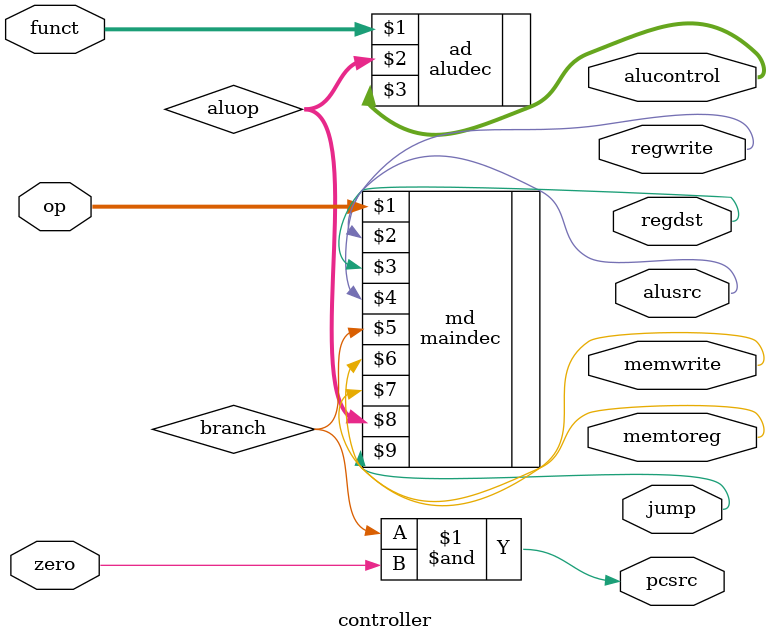
<source format=v>
module controller(input  [5:0] op, funct,
                  input        zero,
                  output       memtoreg, memwrite,
                  output       pcsrc, alusrc,
                  output       regdst, regwrite,
                  output       jump,
                  output [2:0] alucontrol);

  wire [1:0] aluop;
  wire       branch;

  maindec md (op, regwrite, regdst, alusrc, branch,
             memwrite, memtoreg, aluop, jump);
  aludec  ad (funct, aluop, alucontrol);

  assign pcsrc = branch & zero;
endmodule
</source>
